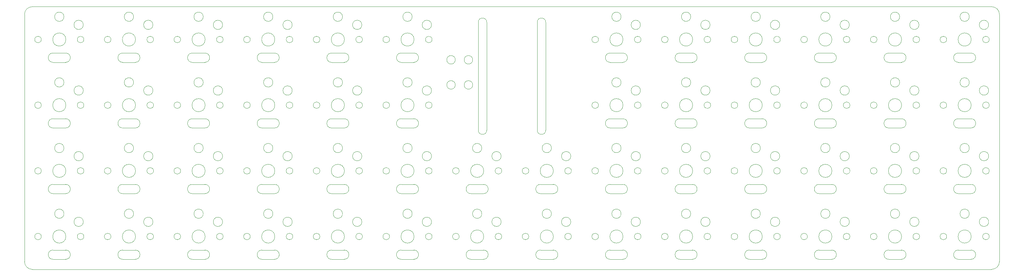
<source format=gm1>
G04 #@! TF.GenerationSoftware,KiCad,Pcbnew,(5.1.4)-1*
G04 #@! TF.CreationDate,2021-09-25T13:38:48-04:00*
G04 #@! TF.ProjectId,horizon-choc-bottom-plate,686f7269-7a6f-46e2-9d63-686f632d626f,rev?*
G04 #@! TF.SameCoordinates,Original*
G04 #@! TF.FileFunction,Profile,NP*
%FSLAX46Y46*%
G04 Gerber Fmt 4.6, Leading zero omitted, Abs format (unit mm)*
G04 Created by KiCad (PCBNEW (5.1.4)-1) date 2021-09-25 13:38:48*
%MOMM*%
%LPD*%
G04 APERTURE LIST*
%ADD10C,0.050000*%
G04 APERTURE END LIST*
D10*
X76000000Y-97000000D02*
G75*
G02X78000000Y-95000000I2000000J0D01*
G01*
X78000000Y-163000000D02*
G75*
G02X76000000Y-161000000I0J2000000D01*
G01*
X328000000Y-161000000D02*
G75*
G02X326000000Y-163000000I-2000000J0D01*
G01*
X326000000Y-95000000D02*
G75*
G02X328000000Y-97000000I0J-2000000D01*
G01*
X76000000Y-97000000D02*
X76000000Y-161000000D01*
X326000000Y-95000000D02*
X78000000Y-95000000D01*
X328000000Y-161000000D02*
X328000000Y-97000000D01*
X78000000Y-163000000D02*
X326000000Y-163000000D01*
X217200000Y-133700000D02*
G75*
G03X217200000Y-133700000I-1200000J0D01*
G01*
X212200000Y-131600000D02*
G75*
G03X212200000Y-131600000I-1200000J0D01*
G01*
X217350000Y-137500000D02*
G75*
G03X217350000Y-137500000I-850000J0D01*
G01*
X212700000Y-137500000D02*
G75*
G03X212700000Y-137500000I-1700000J0D01*
G01*
X206350000Y-137500000D02*
G75*
G03X206350000Y-137500000I-850000J0D01*
G01*
X199200000Y-133700000D02*
G75*
G03X199200000Y-133700000I-1200000J0D01*
G01*
X194200000Y-131600000D02*
G75*
G03X194200000Y-131600000I-1200000J0D01*
G01*
X199350000Y-137500000D02*
G75*
G03X199350000Y-137500000I-850000J0D01*
G01*
X194700000Y-137500000D02*
G75*
G03X194700000Y-137500000I-1700000J0D01*
G01*
X188350000Y-137500000D02*
G75*
G03X188350000Y-137500000I-850000J0D01*
G01*
X212650000Y-143400000D02*
G75*
G03X212650000Y-141000000I0J1200000D01*
G01*
X209350000Y-141000000D02*
G75*
G03X209350000Y-143400000I0J-1200000D01*
G01*
X212650000Y-143400000D02*
X209350000Y-143400000D01*
X209350000Y-141000000D02*
X212650000Y-141000000D01*
X194650000Y-143400000D02*
G75*
G03X194650000Y-141000000I0J1200000D01*
G01*
X191350000Y-141000000D02*
G75*
G03X191350000Y-143400000I0J-1200000D01*
G01*
X194650000Y-143400000D02*
X191350000Y-143400000D01*
X191350000Y-141000000D02*
X194650000Y-141000000D01*
X191850000Y-115250000D02*
G75*
G03X191850000Y-115250000I-1100000J0D01*
G01*
X187350000Y-115250000D02*
G75*
G03X187350000Y-115250000I-1100000J0D01*
G01*
X191850000Y-108750000D02*
G75*
G03X191850000Y-108750000I-1100000J0D01*
G01*
X187350000Y-108750000D02*
G75*
G03X187350000Y-108750000I-1100000J0D01*
G01*
X86650000Y-143400000D02*
G75*
G03X86650000Y-141000000I0J1200000D01*
G01*
X83350000Y-141000000D02*
G75*
G03X83350000Y-143400000I0J-1200000D01*
G01*
X86650000Y-143400000D02*
X83350000Y-143400000D01*
X83350000Y-141000000D02*
X86650000Y-141000000D01*
X86650000Y-160400000D02*
G75*
G03X86650000Y-158000000I0J1200000D01*
G01*
X83350000Y-158000000D02*
G75*
G03X83350000Y-160400000I0J-1200000D01*
G01*
X86650000Y-160400000D02*
X83350000Y-160400000D01*
X83350000Y-158000000D02*
X86650000Y-158000000D01*
X86650000Y-126400000D02*
G75*
G03X86650000Y-124000000I0J1200000D01*
G01*
X83350000Y-124000000D02*
G75*
G03X83350000Y-126400000I0J-1200000D01*
G01*
X86650000Y-126400000D02*
X83350000Y-126400000D01*
X83350000Y-124000000D02*
X86650000Y-124000000D01*
X86650000Y-109400000D02*
G75*
G03X86650000Y-107000000I0J1200000D01*
G01*
X83350000Y-107000000D02*
G75*
G03X83350000Y-109400000I0J-1200000D01*
G01*
X86650000Y-109400000D02*
X83350000Y-109400000D01*
X83350000Y-107000000D02*
X86650000Y-107000000D01*
X91200000Y-99700000D02*
G75*
G03X91200000Y-99700000I-1200000J0D01*
G01*
X86200000Y-97600000D02*
G75*
G03X86200000Y-97600000I-1200000J0D01*
G01*
X91350000Y-103500000D02*
G75*
G03X91350000Y-103500000I-850000J0D01*
G01*
X86700000Y-103500000D02*
G75*
G03X86700000Y-103500000I-1700000J0D01*
G01*
X80350000Y-103500000D02*
G75*
G03X80350000Y-103500000I-850000J0D01*
G01*
X91200000Y-133700000D02*
G75*
G03X91200000Y-133700000I-1200000J0D01*
G01*
X86200000Y-131600000D02*
G75*
G03X86200000Y-131600000I-1200000J0D01*
G01*
X91350000Y-137500000D02*
G75*
G03X91350000Y-137500000I-850000J0D01*
G01*
X86700000Y-137500000D02*
G75*
G03X86700000Y-137500000I-1700000J0D01*
G01*
X80350000Y-137500000D02*
G75*
G03X80350000Y-137500000I-850000J0D01*
G01*
X91200000Y-150700000D02*
G75*
G03X91200000Y-150700000I-1200000J0D01*
G01*
X86200000Y-148600000D02*
G75*
G03X86200000Y-148600000I-1200000J0D01*
G01*
X91350000Y-154500000D02*
G75*
G03X91350000Y-154500000I-850000J0D01*
G01*
X86700000Y-154500000D02*
G75*
G03X86700000Y-154500000I-1700000J0D01*
G01*
X80350000Y-154500000D02*
G75*
G03X80350000Y-154500000I-850000J0D01*
G01*
X91200000Y-116700000D02*
G75*
G03X91200000Y-116700000I-1200000J0D01*
G01*
X86200000Y-114600000D02*
G75*
G03X86200000Y-114600000I-1200000J0D01*
G01*
X91350000Y-120500000D02*
G75*
G03X91350000Y-120500000I-850000J0D01*
G01*
X86700000Y-120500000D02*
G75*
G03X86700000Y-120500000I-1700000J0D01*
G01*
X80350000Y-120500000D02*
G75*
G03X80350000Y-120500000I-850000J0D01*
G01*
X104650000Y-109400000D02*
G75*
G03X104650000Y-107000000I0J1200000D01*
G01*
X101350000Y-107000000D02*
G75*
G03X101350000Y-109400000I0J-1200000D01*
G01*
X104650000Y-109400000D02*
X101350000Y-109400000D01*
X101350000Y-107000000D02*
X104650000Y-107000000D01*
X122650000Y-109400000D02*
G75*
G03X122650000Y-107000000I0J1200000D01*
G01*
X119350000Y-107000000D02*
G75*
G03X119350000Y-109400000I0J-1200000D01*
G01*
X122650000Y-109400000D02*
X119350000Y-109400000D01*
X119350000Y-107000000D02*
X122650000Y-107000000D01*
X140650000Y-109400000D02*
G75*
G03X140650000Y-107000000I0J1200000D01*
G01*
X137350000Y-107000000D02*
G75*
G03X137350000Y-109400000I0J-1200000D01*
G01*
X140650000Y-109400000D02*
X137350000Y-109400000D01*
X137350000Y-107000000D02*
X140650000Y-107000000D01*
X158650000Y-109400000D02*
G75*
G03X158650000Y-107000000I0J1200000D01*
G01*
X155350000Y-107000000D02*
G75*
G03X155350000Y-109400000I0J-1200000D01*
G01*
X158650000Y-109400000D02*
X155350000Y-109400000D01*
X155350000Y-107000000D02*
X158650000Y-107000000D01*
X176650000Y-109400000D02*
G75*
G03X176650000Y-107000000I0J1200000D01*
G01*
X173350000Y-107000000D02*
G75*
G03X173350000Y-109400000I0J-1200000D01*
G01*
X176650000Y-109400000D02*
X173350000Y-109400000D01*
X173350000Y-107000000D02*
X176650000Y-107000000D01*
X230650000Y-109400000D02*
G75*
G03X230650000Y-107000000I0J1200000D01*
G01*
X227350000Y-107000000D02*
G75*
G03X227350000Y-109400000I0J-1200000D01*
G01*
X230650000Y-109400000D02*
X227350000Y-109400000D01*
X227350000Y-107000000D02*
X230650000Y-107000000D01*
X248650000Y-109400000D02*
G75*
G03X248650000Y-107000000I0J1200000D01*
G01*
X245350000Y-107000000D02*
G75*
G03X245350000Y-109400000I0J-1200000D01*
G01*
X248650000Y-109400000D02*
X245350000Y-109400000D01*
X245350000Y-107000000D02*
X248650000Y-107000000D01*
X266650000Y-109400000D02*
G75*
G03X266650000Y-107000000I0J1200000D01*
G01*
X263350000Y-107000000D02*
G75*
G03X263350000Y-109400000I0J-1200000D01*
G01*
X266650000Y-109400000D02*
X263350000Y-109400000D01*
X263350000Y-107000000D02*
X266650000Y-107000000D01*
X284650000Y-109400000D02*
G75*
G03X284650000Y-107000000I0J1200000D01*
G01*
X281350000Y-107000000D02*
G75*
G03X281350000Y-109400000I0J-1200000D01*
G01*
X284650000Y-109400000D02*
X281350000Y-109400000D01*
X281350000Y-107000000D02*
X284650000Y-107000000D01*
X302650000Y-109400000D02*
G75*
G03X302650000Y-107000000I0J1200000D01*
G01*
X299350000Y-107000000D02*
G75*
G03X299350000Y-109400000I0J-1200000D01*
G01*
X302650000Y-109400000D02*
X299350000Y-109400000D01*
X299350000Y-107000000D02*
X302650000Y-107000000D01*
X320650000Y-109400000D02*
G75*
G03X320650000Y-107000000I0J1200000D01*
G01*
X317350000Y-107000000D02*
G75*
G03X317350000Y-109400000I0J-1200000D01*
G01*
X320650000Y-109400000D02*
X317350000Y-109400000D01*
X317350000Y-107000000D02*
X320650000Y-107000000D01*
X104650000Y-126400000D02*
G75*
G03X104650000Y-124000000I0J1200000D01*
G01*
X101350000Y-124000000D02*
G75*
G03X101350000Y-126400000I0J-1200000D01*
G01*
X104650000Y-126400000D02*
X101350000Y-126400000D01*
X101350000Y-124000000D02*
X104650000Y-124000000D01*
X122650000Y-126400000D02*
G75*
G03X122650000Y-124000000I0J1200000D01*
G01*
X119350000Y-124000000D02*
G75*
G03X119350000Y-126400000I0J-1200000D01*
G01*
X122650000Y-126400000D02*
X119350000Y-126400000D01*
X119350000Y-124000000D02*
X122650000Y-124000000D01*
X140650000Y-126400000D02*
G75*
G03X140650000Y-124000000I0J1200000D01*
G01*
X137350000Y-124000000D02*
G75*
G03X137350000Y-126400000I0J-1200000D01*
G01*
X140650000Y-126400000D02*
X137350000Y-126400000D01*
X137350000Y-124000000D02*
X140650000Y-124000000D01*
X158650000Y-126400000D02*
G75*
G03X158650000Y-124000000I0J1200000D01*
G01*
X155350000Y-124000000D02*
G75*
G03X155350000Y-126400000I0J-1200000D01*
G01*
X158650000Y-126400000D02*
X155350000Y-126400000D01*
X155350000Y-124000000D02*
X158650000Y-124000000D01*
X176650000Y-126400000D02*
G75*
G03X176650000Y-124000000I0J1200000D01*
G01*
X173350000Y-124000000D02*
G75*
G03X173350000Y-126400000I0J-1200000D01*
G01*
X176650000Y-126400000D02*
X173350000Y-126400000D01*
X173350000Y-124000000D02*
X176650000Y-124000000D01*
X230650000Y-126400000D02*
G75*
G03X230650000Y-124000000I0J1200000D01*
G01*
X227350000Y-124000000D02*
G75*
G03X227350000Y-126400000I0J-1200000D01*
G01*
X230650000Y-126400000D02*
X227350000Y-126400000D01*
X227350000Y-124000000D02*
X230650000Y-124000000D01*
X248650000Y-126400000D02*
G75*
G03X248650000Y-124000000I0J1200000D01*
G01*
X245350000Y-124000000D02*
G75*
G03X245350000Y-126400000I0J-1200000D01*
G01*
X248650000Y-126400000D02*
X245350000Y-126400000D01*
X245350000Y-124000000D02*
X248650000Y-124000000D01*
X266650000Y-126400000D02*
G75*
G03X266650000Y-124000000I0J1200000D01*
G01*
X263350000Y-124000000D02*
G75*
G03X263350000Y-126400000I0J-1200000D01*
G01*
X266650000Y-126400000D02*
X263350000Y-126400000D01*
X263350000Y-124000000D02*
X266650000Y-124000000D01*
X284650000Y-126400000D02*
G75*
G03X284650000Y-124000000I0J1200000D01*
G01*
X281350000Y-124000000D02*
G75*
G03X281350000Y-126400000I0J-1200000D01*
G01*
X284650000Y-126400000D02*
X281350000Y-126400000D01*
X281350000Y-124000000D02*
X284650000Y-124000000D01*
X302650000Y-126400000D02*
G75*
G03X302650000Y-124000000I0J1200000D01*
G01*
X299350000Y-124000000D02*
G75*
G03X299350000Y-126400000I0J-1200000D01*
G01*
X302650000Y-126400000D02*
X299350000Y-126400000D01*
X299350000Y-124000000D02*
X302650000Y-124000000D01*
X320650000Y-126400000D02*
G75*
G03X320650000Y-124000000I0J1200000D01*
G01*
X317350000Y-124000000D02*
G75*
G03X317350000Y-126400000I0J-1200000D01*
G01*
X320650000Y-126400000D02*
X317350000Y-126400000D01*
X317350000Y-124000000D02*
X320650000Y-124000000D01*
X104650000Y-143400000D02*
G75*
G03X104650000Y-141000000I0J1200000D01*
G01*
X101350000Y-141000000D02*
G75*
G03X101350000Y-143400000I0J-1200000D01*
G01*
X104650000Y-143400000D02*
X101350000Y-143400000D01*
X101350000Y-141000000D02*
X104650000Y-141000000D01*
X122650000Y-143400000D02*
G75*
G03X122650000Y-141000000I0J1200000D01*
G01*
X119350000Y-141000000D02*
G75*
G03X119350000Y-143400000I0J-1200000D01*
G01*
X122650000Y-143400000D02*
X119350000Y-143400000D01*
X119350000Y-141000000D02*
X122650000Y-141000000D01*
X140650000Y-143400000D02*
G75*
G03X140650000Y-141000000I0J1200000D01*
G01*
X137350000Y-141000000D02*
G75*
G03X137350000Y-143400000I0J-1200000D01*
G01*
X140650000Y-143400000D02*
X137350000Y-143400000D01*
X137350000Y-141000000D02*
X140650000Y-141000000D01*
X158650000Y-143400000D02*
G75*
G03X158650000Y-141000000I0J1200000D01*
G01*
X155350000Y-141000000D02*
G75*
G03X155350000Y-143400000I0J-1200000D01*
G01*
X158650000Y-143400000D02*
X155350000Y-143400000D01*
X155350000Y-141000000D02*
X158650000Y-141000000D01*
X176650000Y-143400000D02*
G75*
G03X176650000Y-141000000I0J1200000D01*
G01*
X173350000Y-141000000D02*
G75*
G03X173350000Y-143400000I0J-1200000D01*
G01*
X176650000Y-143400000D02*
X173350000Y-143400000D01*
X173350000Y-141000000D02*
X176650000Y-141000000D01*
X230650000Y-143400000D02*
G75*
G03X230650000Y-141000000I0J1200000D01*
G01*
X227350000Y-141000000D02*
G75*
G03X227350000Y-143400000I0J-1200000D01*
G01*
X230650000Y-143400000D02*
X227350000Y-143400000D01*
X227350000Y-141000000D02*
X230650000Y-141000000D01*
X248650000Y-143400000D02*
G75*
G03X248650000Y-141000000I0J1200000D01*
G01*
X245350000Y-141000000D02*
G75*
G03X245350000Y-143400000I0J-1200000D01*
G01*
X248650000Y-143400000D02*
X245350000Y-143400000D01*
X245350000Y-141000000D02*
X248650000Y-141000000D01*
X266650000Y-143400000D02*
G75*
G03X266650000Y-141000000I0J1200000D01*
G01*
X263350000Y-141000000D02*
G75*
G03X263350000Y-143400000I0J-1200000D01*
G01*
X266650000Y-143400000D02*
X263350000Y-143400000D01*
X263350000Y-141000000D02*
X266650000Y-141000000D01*
X284650000Y-143400000D02*
G75*
G03X284650000Y-141000000I0J1200000D01*
G01*
X281350000Y-141000000D02*
G75*
G03X281350000Y-143400000I0J-1200000D01*
G01*
X284650000Y-143400000D02*
X281350000Y-143400000D01*
X281350000Y-141000000D02*
X284650000Y-141000000D01*
X302650000Y-143400000D02*
G75*
G03X302650000Y-141000000I0J1200000D01*
G01*
X299350000Y-141000000D02*
G75*
G03X299350000Y-143400000I0J-1200000D01*
G01*
X302650000Y-143400000D02*
X299350000Y-143400000D01*
X299350000Y-141000000D02*
X302650000Y-141000000D01*
X320650000Y-143400000D02*
G75*
G03X320650000Y-141000000I0J1200000D01*
G01*
X317350000Y-141000000D02*
G75*
G03X317350000Y-143400000I0J-1200000D01*
G01*
X320650000Y-143400000D02*
X317350000Y-143400000D01*
X317350000Y-141000000D02*
X320650000Y-141000000D01*
X104650000Y-160400000D02*
G75*
G03X104650000Y-158000000I0J1200000D01*
G01*
X101350000Y-158000000D02*
G75*
G03X101350000Y-160400000I0J-1200000D01*
G01*
X104650000Y-160400000D02*
X101350000Y-160400000D01*
X101350000Y-158000000D02*
X104650000Y-158000000D01*
X122650000Y-160400000D02*
G75*
G03X122650000Y-158000000I0J1200000D01*
G01*
X119350000Y-158000000D02*
G75*
G03X119350000Y-160400000I0J-1200000D01*
G01*
X122650000Y-160400000D02*
X119350000Y-160400000D01*
X119350000Y-158000000D02*
X122650000Y-158000000D01*
X140650000Y-160400000D02*
G75*
G03X140650000Y-158000000I0J1200000D01*
G01*
X137350000Y-158000000D02*
G75*
G03X137350000Y-160400000I0J-1200000D01*
G01*
X140650000Y-160400000D02*
X137350000Y-160400000D01*
X137350000Y-158000000D02*
X140650000Y-158000000D01*
X158650000Y-160400000D02*
G75*
G03X158650000Y-158000000I0J1200000D01*
G01*
X155350000Y-158000000D02*
G75*
G03X155350000Y-160400000I0J-1200000D01*
G01*
X158650000Y-160400000D02*
X155350000Y-160400000D01*
X155350000Y-158000000D02*
X158650000Y-158000000D01*
X176650000Y-160400000D02*
G75*
G03X176650000Y-158000000I0J1200000D01*
G01*
X173350000Y-158000000D02*
G75*
G03X173350000Y-160400000I0J-1200000D01*
G01*
X176650000Y-160400000D02*
X173350000Y-160400000D01*
X173350000Y-158000000D02*
X176650000Y-158000000D01*
X194650000Y-160400000D02*
G75*
G03X194650000Y-158000000I0J1200000D01*
G01*
X191350000Y-158000000D02*
G75*
G03X191350000Y-160400000I0J-1200000D01*
G01*
X194650000Y-160400000D02*
X191350000Y-160400000D01*
X191350000Y-158000000D02*
X194650000Y-158000000D01*
X212650000Y-160400000D02*
G75*
G03X212650000Y-158000000I0J1200000D01*
G01*
X209350000Y-158000000D02*
G75*
G03X209350000Y-160400000I0J-1200000D01*
G01*
X212650000Y-160400000D02*
X209350000Y-160400000D01*
X209350000Y-158000000D02*
X212650000Y-158000000D01*
X230650000Y-160400000D02*
G75*
G03X230650000Y-158000000I0J1200000D01*
G01*
X227350000Y-158000000D02*
G75*
G03X227350000Y-160400000I0J-1200000D01*
G01*
X230650000Y-160400000D02*
X227350000Y-160400000D01*
X227350000Y-158000000D02*
X230650000Y-158000000D01*
X248650000Y-160400000D02*
G75*
G03X248650000Y-158000000I0J1200000D01*
G01*
X245350000Y-158000000D02*
G75*
G03X245350000Y-160400000I0J-1200000D01*
G01*
X248650000Y-160400000D02*
X245350000Y-160400000D01*
X245350000Y-158000000D02*
X248650000Y-158000000D01*
X266650000Y-160400000D02*
G75*
G03X266650000Y-158000000I0J1200000D01*
G01*
X263350000Y-158000000D02*
G75*
G03X263350000Y-160400000I0J-1200000D01*
G01*
X266650000Y-160400000D02*
X263350000Y-160400000D01*
X263350000Y-158000000D02*
X266650000Y-158000000D01*
X284650000Y-160400000D02*
G75*
G03X284650000Y-158000000I0J1200000D01*
G01*
X281350000Y-158000000D02*
G75*
G03X281350000Y-160400000I0J-1200000D01*
G01*
X284650000Y-160400000D02*
X281350000Y-160400000D01*
X281350000Y-158000000D02*
X284650000Y-158000000D01*
X302650000Y-160400000D02*
G75*
G03X302650000Y-158000000I0J1200000D01*
G01*
X299350000Y-158000000D02*
G75*
G03X299350000Y-160400000I0J-1200000D01*
G01*
X302650000Y-160400000D02*
X299350000Y-160400000D01*
X299350000Y-158000000D02*
X302650000Y-158000000D01*
X320650000Y-160400000D02*
G75*
G03X320650000Y-158000000I0J1200000D01*
G01*
X317350000Y-158000000D02*
G75*
G03X317350000Y-160400000I0J-1200000D01*
G01*
X320650000Y-160400000D02*
X317350000Y-160400000D01*
X317350000Y-158000000D02*
X320650000Y-158000000D01*
X109200000Y-99700000D02*
G75*
G03X109200000Y-99700000I-1200000J0D01*
G01*
X104200000Y-97600000D02*
G75*
G03X104200000Y-97600000I-1200000J0D01*
G01*
X109350000Y-103500000D02*
G75*
G03X109350000Y-103500000I-850000J0D01*
G01*
X104700000Y-103500000D02*
G75*
G03X104700000Y-103500000I-1700000J0D01*
G01*
X98350000Y-103500000D02*
G75*
G03X98350000Y-103500000I-850000J0D01*
G01*
X127200000Y-99700000D02*
G75*
G03X127200000Y-99700000I-1200000J0D01*
G01*
X122200000Y-97600000D02*
G75*
G03X122200000Y-97600000I-1200000J0D01*
G01*
X127350000Y-103500000D02*
G75*
G03X127350000Y-103500000I-850000J0D01*
G01*
X122700000Y-103500000D02*
G75*
G03X122700000Y-103500000I-1700000J0D01*
G01*
X116350000Y-103500000D02*
G75*
G03X116350000Y-103500000I-850000J0D01*
G01*
X145200000Y-99700000D02*
G75*
G03X145200000Y-99700000I-1200000J0D01*
G01*
X140200000Y-97600000D02*
G75*
G03X140200000Y-97600000I-1200000J0D01*
G01*
X145350000Y-103500000D02*
G75*
G03X145350000Y-103500000I-850000J0D01*
G01*
X140700000Y-103500000D02*
G75*
G03X140700000Y-103500000I-1700000J0D01*
G01*
X134350000Y-103500000D02*
G75*
G03X134350000Y-103500000I-850000J0D01*
G01*
X163200000Y-99700000D02*
G75*
G03X163200000Y-99700000I-1200000J0D01*
G01*
X158200000Y-97600000D02*
G75*
G03X158200000Y-97600000I-1200000J0D01*
G01*
X163350000Y-103500000D02*
G75*
G03X163350000Y-103500000I-850000J0D01*
G01*
X158700000Y-103500000D02*
G75*
G03X158700000Y-103500000I-1700000J0D01*
G01*
X152350000Y-103500000D02*
G75*
G03X152350000Y-103500000I-850000J0D01*
G01*
X235200000Y-99700000D02*
G75*
G03X235200000Y-99700000I-1200000J0D01*
G01*
X230200000Y-97600000D02*
G75*
G03X230200000Y-97600000I-1200000J0D01*
G01*
X235350000Y-103500000D02*
G75*
G03X235350000Y-103500000I-850000J0D01*
G01*
X230700000Y-103500000D02*
G75*
G03X230700000Y-103500000I-1700000J0D01*
G01*
X224350000Y-103500000D02*
G75*
G03X224350000Y-103500000I-850000J0D01*
G01*
X253200000Y-99700000D02*
G75*
G03X253200000Y-99700000I-1200000J0D01*
G01*
X248200000Y-97600000D02*
G75*
G03X248200000Y-97600000I-1200000J0D01*
G01*
X253350000Y-103500000D02*
G75*
G03X253350000Y-103500000I-850000J0D01*
G01*
X248700000Y-103500000D02*
G75*
G03X248700000Y-103500000I-1700000J0D01*
G01*
X242350000Y-103500000D02*
G75*
G03X242350000Y-103500000I-850000J0D01*
G01*
X271200000Y-99700000D02*
G75*
G03X271200000Y-99700000I-1200000J0D01*
G01*
X266200000Y-97600000D02*
G75*
G03X266200000Y-97600000I-1200000J0D01*
G01*
X271350000Y-103500000D02*
G75*
G03X271350000Y-103500000I-850000J0D01*
G01*
X266700000Y-103500000D02*
G75*
G03X266700000Y-103500000I-1700000J0D01*
G01*
X260350000Y-103500000D02*
G75*
G03X260350000Y-103500000I-850000J0D01*
G01*
X289200000Y-99700000D02*
G75*
G03X289200000Y-99700000I-1200000J0D01*
G01*
X284200000Y-97600000D02*
G75*
G03X284200000Y-97600000I-1200000J0D01*
G01*
X289350000Y-103500000D02*
G75*
G03X289350000Y-103500000I-850000J0D01*
G01*
X284700000Y-103500000D02*
G75*
G03X284700000Y-103500000I-1700000J0D01*
G01*
X278350000Y-103500000D02*
G75*
G03X278350000Y-103500000I-850000J0D01*
G01*
X307200000Y-99700000D02*
G75*
G03X307200000Y-99700000I-1200000J0D01*
G01*
X302200000Y-97600000D02*
G75*
G03X302200000Y-97600000I-1200000J0D01*
G01*
X307350000Y-103500000D02*
G75*
G03X307350000Y-103500000I-850000J0D01*
G01*
X302700000Y-103500000D02*
G75*
G03X302700000Y-103500000I-1700000J0D01*
G01*
X296350000Y-103500000D02*
G75*
G03X296350000Y-103500000I-850000J0D01*
G01*
X325200000Y-99700000D02*
G75*
G03X325200000Y-99700000I-1200000J0D01*
G01*
X320200000Y-97600000D02*
G75*
G03X320200000Y-97600000I-1200000J0D01*
G01*
X325350000Y-103500000D02*
G75*
G03X325350000Y-103500000I-850000J0D01*
G01*
X320700000Y-103500000D02*
G75*
G03X320700000Y-103500000I-1700000J0D01*
G01*
X314350000Y-103500000D02*
G75*
G03X314350000Y-103500000I-850000J0D01*
G01*
X109200000Y-116700000D02*
G75*
G03X109200000Y-116700000I-1200000J0D01*
G01*
X104200000Y-114600000D02*
G75*
G03X104200000Y-114600000I-1200000J0D01*
G01*
X109350000Y-120500000D02*
G75*
G03X109350000Y-120500000I-850000J0D01*
G01*
X104700000Y-120500000D02*
G75*
G03X104700000Y-120500000I-1700000J0D01*
G01*
X98350000Y-120500000D02*
G75*
G03X98350000Y-120500000I-850000J0D01*
G01*
X127200000Y-116700000D02*
G75*
G03X127200000Y-116700000I-1200000J0D01*
G01*
X122200000Y-114600000D02*
G75*
G03X122200000Y-114600000I-1200000J0D01*
G01*
X127350000Y-120500000D02*
G75*
G03X127350000Y-120500000I-850000J0D01*
G01*
X122700000Y-120500000D02*
G75*
G03X122700000Y-120500000I-1700000J0D01*
G01*
X116350000Y-120500000D02*
G75*
G03X116350000Y-120500000I-850000J0D01*
G01*
X145200000Y-116700000D02*
G75*
G03X145200000Y-116700000I-1200000J0D01*
G01*
X140200000Y-114600000D02*
G75*
G03X140200000Y-114600000I-1200000J0D01*
G01*
X145350000Y-120500000D02*
G75*
G03X145350000Y-120500000I-850000J0D01*
G01*
X140700000Y-120500000D02*
G75*
G03X140700000Y-120500000I-1700000J0D01*
G01*
X134350000Y-120500000D02*
G75*
G03X134350000Y-120500000I-850000J0D01*
G01*
X163200000Y-116700000D02*
G75*
G03X163200000Y-116700000I-1200000J0D01*
G01*
X158200000Y-114600000D02*
G75*
G03X158200000Y-114600000I-1200000J0D01*
G01*
X163350000Y-120500000D02*
G75*
G03X163350000Y-120500000I-850000J0D01*
G01*
X158700000Y-120500000D02*
G75*
G03X158700000Y-120500000I-1700000J0D01*
G01*
X152350000Y-120500000D02*
G75*
G03X152350000Y-120500000I-850000J0D01*
G01*
X181200000Y-116700000D02*
G75*
G03X181200000Y-116700000I-1200000J0D01*
G01*
X176200000Y-114600000D02*
G75*
G03X176200000Y-114600000I-1200000J0D01*
G01*
X181350000Y-120500000D02*
G75*
G03X181350000Y-120500000I-850000J0D01*
G01*
X176700000Y-120500000D02*
G75*
G03X176700000Y-120500000I-1700000J0D01*
G01*
X170350000Y-120500000D02*
G75*
G03X170350000Y-120500000I-850000J0D01*
G01*
X235200000Y-116700000D02*
G75*
G03X235200000Y-116700000I-1200000J0D01*
G01*
X230200000Y-114600000D02*
G75*
G03X230200000Y-114600000I-1200000J0D01*
G01*
X235350000Y-120500000D02*
G75*
G03X235350000Y-120500000I-850000J0D01*
G01*
X230700000Y-120500000D02*
G75*
G03X230700000Y-120500000I-1700000J0D01*
G01*
X224350000Y-120500000D02*
G75*
G03X224350000Y-120500000I-850000J0D01*
G01*
X253200000Y-116700000D02*
G75*
G03X253200000Y-116700000I-1200000J0D01*
G01*
X248200000Y-114600000D02*
G75*
G03X248200000Y-114600000I-1200000J0D01*
G01*
X253350000Y-120500000D02*
G75*
G03X253350000Y-120500000I-850000J0D01*
G01*
X248700000Y-120500000D02*
G75*
G03X248700000Y-120500000I-1700000J0D01*
G01*
X242350000Y-120500000D02*
G75*
G03X242350000Y-120500000I-850000J0D01*
G01*
X271200000Y-116700000D02*
G75*
G03X271200000Y-116700000I-1200000J0D01*
G01*
X266200000Y-114600000D02*
G75*
G03X266200000Y-114600000I-1200000J0D01*
G01*
X271350000Y-120500000D02*
G75*
G03X271350000Y-120500000I-850000J0D01*
G01*
X266700000Y-120500000D02*
G75*
G03X266700000Y-120500000I-1700000J0D01*
G01*
X260350000Y-120500000D02*
G75*
G03X260350000Y-120500000I-850000J0D01*
G01*
X289200000Y-116700000D02*
G75*
G03X289200000Y-116700000I-1200000J0D01*
G01*
X284200000Y-114600000D02*
G75*
G03X284200000Y-114600000I-1200000J0D01*
G01*
X289350000Y-120500000D02*
G75*
G03X289350000Y-120500000I-850000J0D01*
G01*
X284700000Y-120500000D02*
G75*
G03X284700000Y-120500000I-1700000J0D01*
G01*
X278350000Y-120500000D02*
G75*
G03X278350000Y-120500000I-850000J0D01*
G01*
X307200000Y-116700000D02*
G75*
G03X307200000Y-116700000I-1200000J0D01*
G01*
X302200000Y-114600000D02*
G75*
G03X302200000Y-114600000I-1200000J0D01*
G01*
X307350000Y-120500000D02*
G75*
G03X307350000Y-120500000I-850000J0D01*
G01*
X302700000Y-120500000D02*
G75*
G03X302700000Y-120500000I-1700000J0D01*
G01*
X296350000Y-120500000D02*
G75*
G03X296350000Y-120500000I-850000J0D01*
G01*
X325200000Y-116700000D02*
G75*
G03X325200000Y-116700000I-1200000J0D01*
G01*
X320200000Y-114600000D02*
G75*
G03X320200000Y-114600000I-1200000J0D01*
G01*
X325350000Y-120500000D02*
G75*
G03X325350000Y-120500000I-850000J0D01*
G01*
X320700000Y-120500000D02*
G75*
G03X320700000Y-120500000I-1700000J0D01*
G01*
X314350000Y-120500000D02*
G75*
G03X314350000Y-120500000I-850000J0D01*
G01*
X109200000Y-133700000D02*
G75*
G03X109200000Y-133700000I-1200000J0D01*
G01*
X104200000Y-131600000D02*
G75*
G03X104200000Y-131600000I-1200000J0D01*
G01*
X109350000Y-137500000D02*
G75*
G03X109350000Y-137500000I-850000J0D01*
G01*
X104700000Y-137500000D02*
G75*
G03X104700000Y-137500000I-1700000J0D01*
G01*
X98350000Y-137500000D02*
G75*
G03X98350000Y-137500000I-850000J0D01*
G01*
X127200000Y-133700000D02*
G75*
G03X127200000Y-133700000I-1200000J0D01*
G01*
X122200000Y-131600000D02*
G75*
G03X122200000Y-131600000I-1200000J0D01*
G01*
X127350000Y-137500000D02*
G75*
G03X127350000Y-137500000I-850000J0D01*
G01*
X122700000Y-137500000D02*
G75*
G03X122700000Y-137500000I-1700000J0D01*
G01*
X116350000Y-137500000D02*
G75*
G03X116350000Y-137500000I-850000J0D01*
G01*
X145200000Y-133700000D02*
G75*
G03X145200000Y-133700000I-1200000J0D01*
G01*
X140200000Y-131600000D02*
G75*
G03X140200000Y-131600000I-1200000J0D01*
G01*
X145350000Y-137500000D02*
G75*
G03X145350000Y-137500000I-850000J0D01*
G01*
X140700000Y-137500000D02*
G75*
G03X140700000Y-137500000I-1700000J0D01*
G01*
X134350000Y-137500000D02*
G75*
G03X134350000Y-137500000I-850000J0D01*
G01*
X163200000Y-133700000D02*
G75*
G03X163200000Y-133700000I-1200000J0D01*
G01*
X158200000Y-131600000D02*
G75*
G03X158200000Y-131600000I-1200000J0D01*
G01*
X163350000Y-137500000D02*
G75*
G03X163350000Y-137500000I-850000J0D01*
G01*
X158700000Y-137500000D02*
G75*
G03X158700000Y-137500000I-1700000J0D01*
G01*
X152350000Y-137500000D02*
G75*
G03X152350000Y-137500000I-850000J0D01*
G01*
X181200000Y-133700000D02*
G75*
G03X181200000Y-133700000I-1200000J0D01*
G01*
X176200000Y-131600000D02*
G75*
G03X176200000Y-131600000I-1200000J0D01*
G01*
X181350000Y-137500000D02*
G75*
G03X181350000Y-137500000I-850000J0D01*
G01*
X176700000Y-137500000D02*
G75*
G03X176700000Y-137500000I-1700000J0D01*
G01*
X170350000Y-137500000D02*
G75*
G03X170350000Y-137500000I-850000J0D01*
G01*
X235200000Y-133700000D02*
G75*
G03X235200000Y-133700000I-1200000J0D01*
G01*
X230200000Y-131600000D02*
G75*
G03X230200000Y-131600000I-1200000J0D01*
G01*
X235350000Y-137500000D02*
G75*
G03X235350000Y-137500000I-850000J0D01*
G01*
X230700000Y-137500000D02*
G75*
G03X230700000Y-137500000I-1700000J0D01*
G01*
X224350000Y-137500000D02*
G75*
G03X224350000Y-137500000I-850000J0D01*
G01*
X253200000Y-133700000D02*
G75*
G03X253200000Y-133700000I-1200000J0D01*
G01*
X248200000Y-131600000D02*
G75*
G03X248200000Y-131600000I-1200000J0D01*
G01*
X253350000Y-137500000D02*
G75*
G03X253350000Y-137500000I-850000J0D01*
G01*
X248700000Y-137500000D02*
G75*
G03X248700000Y-137500000I-1700000J0D01*
G01*
X242350000Y-137500000D02*
G75*
G03X242350000Y-137500000I-850000J0D01*
G01*
X271200000Y-133700000D02*
G75*
G03X271200000Y-133700000I-1200000J0D01*
G01*
X266200000Y-131600000D02*
G75*
G03X266200000Y-131600000I-1200000J0D01*
G01*
X271350000Y-137500000D02*
G75*
G03X271350000Y-137500000I-850000J0D01*
G01*
X266700000Y-137500000D02*
G75*
G03X266700000Y-137500000I-1700000J0D01*
G01*
X260350000Y-137500000D02*
G75*
G03X260350000Y-137500000I-850000J0D01*
G01*
X289200000Y-133700000D02*
G75*
G03X289200000Y-133700000I-1200000J0D01*
G01*
X284200000Y-131600000D02*
G75*
G03X284200000Y-131600000I-1200000J0D01*
G01*
X289350000Y-137500000D02*
G75*
G03X289350000Y-137500000I-850000J0D01*
G01*
X284700000Y-137500000D02*
G75*
G03X284700000Y-137500000I-1700000J0D01*
G01*
X278350000Y-137500000D02*
G75*
G03X278350000Y-137500000I-850000J0D01*
G01*
X307200000Y-133700000D02*
G75*
G03X307200000Y-133700000I-1200000J0D01*
G01*
X302200000Y-131600000D02*
G75*
G03X302200000Y-131600000I-1200000J0D01*
G01*
X307350000Y-137500000D02*
G75*
G03X307350000Y-137500000I-850000J0D01*
G01*
X302700000Y-137500000D02*
G75*
G03X302700000Y-137500000I-1700000J0D01*
G01*
X296350000Y-137500000D02*
G75*
G03X296350000Y-137500000I-850000J0D01*
G01*
X325200000Y-133700000D02*
G75*
G03X325200000Y-133700000I-1200000J0D01*
G01*
X320200000Y-131600000D02*
G75*
G03X320200000Y-131600000I-1200000J0D01*
G01*
X325350000Y-137500000D02*
G75*
G03X325350000Y-137500000I-850000J0D01*
G01*
X320700000Y-137500000D02*
G75*
G03X320700000Y-137500000I-1700000J0D01*
G01*
X314350000Y-137500000D02*
G75*
G03X314350000Y-137500000I-850000J0D01*
G01*
X109200000Y-150700000D02*
G75*
G03X109200000Y-150700000I-1200000J0D01*
G01*
X104200000Y-148600000D02*
G75*
G03X104200000Y-148600000I-1200000J0D01*
G01*
X109350000Y-154500000D02*
G75*
G03X109350000Y-154500000I-850000J0D01*
G01*
X104700000Y-154500000D02*
G75*
G03X104700000Y-154500000I-1700000J0D01*
G01*
X98350000Y-154500000D02*
G75*
G03X98350000Y-154500000I-850000J0D01*
G01*
X127200000Y-150700000D02*
G75*
G03X127200000Y-150700000I-1200000J0D01*
G01*
X122200000Y-148600000D02*
G75*
G03X122200000Y-148600000I-1200000J0D01*
G01*
X127350000Y-154500000D02*
G75*
G03X127350000Y-154500000I-850000J0D01*
G01*
X122700000Y-154500000D02*
G75*
G03X122700000Y-154500000I-1700000J0D01*
G01*
X116350000Y-154500000D02*
G75*
G03X116350000Y-154500000I-850000J0D01*
G01*
X145200000Y-150700000D02*
G75*
G03X145200000Y-150700000I-1200000J0D01*
G01*
X140200000Y-148600000D02*
G75*
G03X140200000Y-148600000I-1200000J0D01*
G01*
X145350000Y-154500000D02*
G75*
G03X145350000Y-154500000I-850000J0D01*
G01*
X140700000Y-154500000D02*
G75*
G03X140700000Y-154500000I-1700000J0D01*
G01*
X134350000Y-154500000D02*
G75*
G03X134350000Y-154500000I-850000J0D01*
G01*
X163200000Y-150700000D02*
G75*
G03X163200000Y-150700000I-1200000J0D01*
G01*
X158200000Y-148600000D02*
G75*
G03X158200000Y-148600000I-1200000J0D01*
G01*
X163350000Y-154500000D02*
G75*
G03X163350000Y-154500000I-850000J0D01*
G01*
X158700000Y-154500000D02*
G75*
G03X158700000Y-154500000I-1700000J0D01*
G01*
X152350000Y-154500000D02*
G75*
G03X152350000Y-154500000I-850000J0D01*
G01*
X181200000Y-150700000D02*
G75*
G03X181200000Y-150700000I-1200000J0D01*
G01*
X176200000Y-148600000D02*
G75*
G03X176200000Y-148600000I-1200000J0D01*
G01*
X181350000Y-154500000D02*
G75*
G03X181350000Y-154500000I-850000J0D01*
G01*
X176700000Y-154500000D02*
G75*
G03X176700000Y-154500000I-1700000J0D01*
G01*
X170350000Y-154500000D02*
G75*
G03X170350000Y-154500000I-850000J0D01*
G01*
X199200000Y-150700000D02*
G75*
G03X199200000Y-150700000I-1200000J0D01*
G01*
X194200000Y-148600000D02*
G75*
G03X194200000Y-148600000I-1200000J0D01*
G01*
X199350000Y-154500000D02*
G75*
G03X199350000Y-154500000I-850000J0D01*
G01*
X194700000Y-154500000D02*
G75*
G03X194700000Y-154500000I-1700000J0D01*
G01*
X188350000Y-154500000D02*
G75*
G03X188350000Y-154500000I-850000J0D01*
G01*
X217200000Y-150700000D02*
G75*
G03X217200000Y-150700000I-1200000J0D01*
G01*
X212200000Y-148600000D02*
G75*
G03X212200000Y-148600000I-1200000J0D01*
G01*
X217350000Y-154500000D02*
G75*
G03X217350000Y-154500000I-850000J0D01*
G01*
X212700000Y-154500000D02*
G75*
G03X212700000Y-154500000I-1700000J0D01*
G01*
X206350000Y-154500000D02*
G75*
G03X206350000Y-154500000I-850000J0D01*
G01*
X235200000Y-150700000D02*
G75*
G03X235200000Y-150700000I-1200000J0D01*
G01*
X230200000Y-148600000D02*
G75*
G03X230200000Y-148600000I-1200000J0D01*
G01*
X235350000Y-154500000D02*
G75*
G03X235350000Y-154500000I-850000J0D01*
G01*
X230700000Y-154500000D02*
G75*
G03X230700000Y-154500000I-1700000J0D01*
G01*
X224350000Y-154500000D02*
G75*
G03X224350000Y-154500000I-850000J0D01*
G01*
X253200000Y-150700000D02*
G75*
G03X253200000Y-150700000I-1200000J0D01*
G01*
X248200000Y-148600000D02*
G75*
G03X248200000Y-148600000I-1200000J0D01*
G01*
X253350000Y-154500000D02*
G75*
G03X253350000Y-154500000I-850000J0D01*
G01*
X248700000Y-154500000D02*
G75*
G03X248700000Y-154500000I-1700000J0D01*
G01*
X242350000Y-154500000D02*
G75*
G03X242350000Y-154500000I-850000J0D01*
G01*
X271200000Y-150700000D02*
G75*
G03X271200000Y-150700000I-1200000J0D01*
G01*
X266200000Y-148600000D02*
G75*
G03X266200000Y-148600000I-1200000J0D01*
G01*
X271350000Y-154500000D02*
G75*
G03X271350000Y-154500000I-850000J0D01*
G01*
X266700000Y-154500000D02*
G75*
G03X266700000Y-154500000I-1700000J0D01*
G01*
X260350000Y-154500000D02*
G75*
G03X260350000Y-154500000I-850000J0D01*
G01*
X289200000Y-150700000D02*
G75*
G03X289200000Y-150700000I-1200000J0D01*
G01*
X284200000Y-148600000D02*
G75*
G03X284200000Y-148600000I-1200000J0D01*
G01*
X289350000Y-154500000D02*
G75*
G03X289350000Y-154500000I-850000J0D01*
G01*
X284700000Y-154500000D02*
G75*
G03X284700000Y-154500000I-1700000J0D01*
G01*
X278350000Y-154500000D02*
G75*
G03X278350000Y-154500000I-850000J0D01*
G01*
X307200000Y-150700000D02*
G75*
G03X307200000Y-150700000I-1200000J0D01*
G01*
X302200000Y-148600000D02*
G75*
G03X302200000Y-148600000I-1200000J0D01*
G01*
X307350000Y-154500000D02*
G75*
G03X307350000Y-154500000I-850000J0D01*
G01*
X302700000Y-154500000D02*
G75*
G03X302700000Y-154500000I-1700000J0D01*
G01*
X296350000Y-154500000D02*
G75*
G03X296350000Y-154500000I-850000J0D01*
G01*
X325200000Y-150700000D02*
G75*
G03X325200000Y-150700000I-1200000J0D01*
G01*
X320200000Y-148600000D02*
G75*
G03X320200000Y-148600000I-1200000J0D01*
G01*
X325350000Y-154500000D02*
G75*
G03X325350000Y-154500000I-850000J0D01*
G01*
X320700000Y-154500000D02*
G75*
G03X320700000Y-154500000I-1700000J0D01*
G01*
X314350000Y-154500000D02*
G75*
G03X314350000Y-154500000I-850000J0D01*
G01*
X181200000Y-99700000D02*
G75*
G03X181200000Y-99700000I-1200000J0D01*
G01*
X176200000Y-97600000D02*
G75*
G03X176200000Y-97600000I-1200000J0D01*
G01*
X181350000Y-103500000D02*
G75*
G03X181350000Y-103500000I-850000J0D01*
G01*
X176700000Y-103500000D02*
G75*
G03X176700000Y-103500000I-1700000J0D01*
G01*
X170350000Y-103500000D02*
G75*
G03X170350000Y-103500000I-850000J0D01*
G01*
X210720000Y-99030000D02*
X210720000Y-126970000D01*
X208520000Y-99030000D02*
X208520000Y-126970000D01*
X195480000Y-99030000D02*
X195480000Y-126970000D01*
X193280000Y-99030000D02*
X193280000Y-126970000D01*
X210720000Y-126970000D02*
G75*
G02X208520000Y-126970000I-1100000J0D01*
G01*
X195480000Y-126970000D02*
G75*
G02X193280000Y-126970000I-1100000J0D01*
G01*
X208520000Y-99030000D02*
G75*
G02X210720000Y-99030000I1100000J0D01*
G01*
X193280000Y-99030000D02*
G75*
G02X195480000Y-99030000I1100000J0D01*
G01*
M02*

</source>
